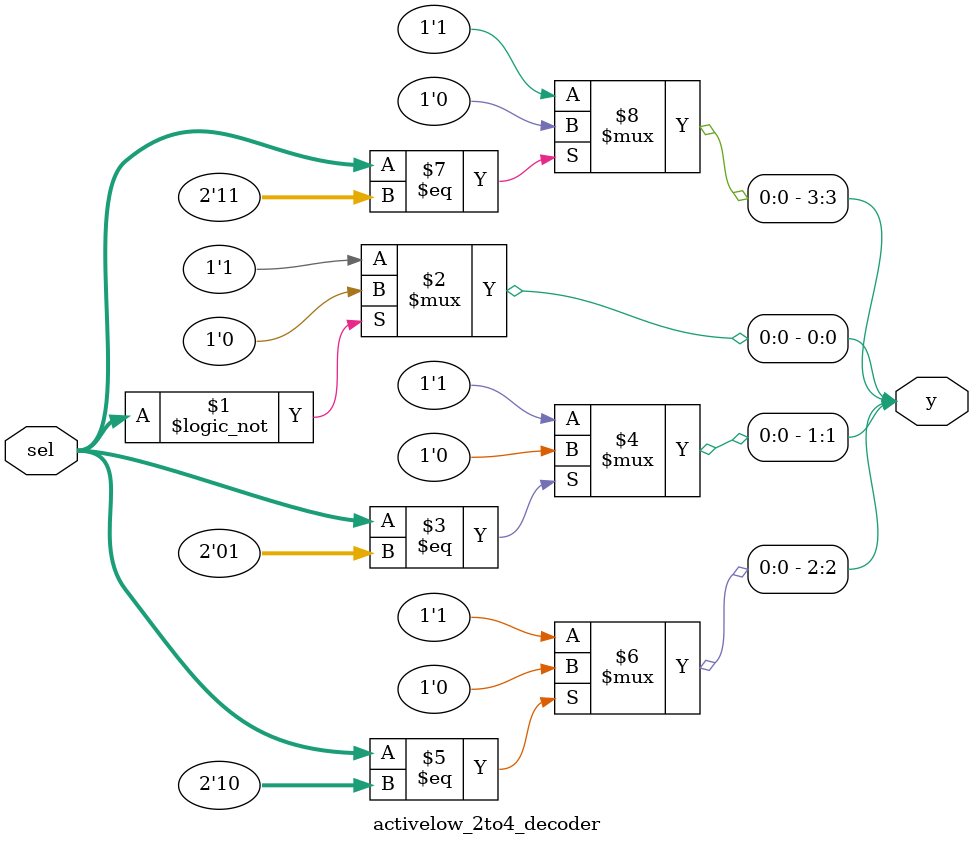
<source format=v>
`timescale 1ns / 1ps

module activelow_2to4_decoder(
    input  wire [1:0] sel,    
    output wire [3:0] y        
);
	assign y[0] = (sel == 2'b00) ? 1'b0 : 1'b1;
	assign y[1] = (sel == 2'b01) ? 1'b0 : 1'b1;
	assign y[2] = (sel == 2'b10) ? 1'b0 : 1'b1;
	assign y[3] = (sel == 2'b11) ? 1'b0 : 1'b1;
endmodule



</source>
